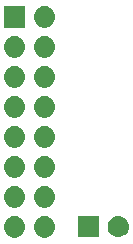
<source format=gbr>
G04 #@! TF.GenerationSoftware,KiCad,Pcbnew,(5.1.0-0)*
G04 #@! TF.CreationDate,2019-08-08T23:34:54-04:00*
G04 #@! TF.ProjectId,Dell Optiplex Front Panel LED Indicator Adapter,44656c6c-204f-4707-9469-706c65782046,rev?*
G04 #@! TF.SameCoordinates,Original*
G04 #@! TF.FileFunction,Soldermask,Bot*
G04 #@! TF.FilePolarity,Negative*
%FSLAX46Y46*%
G04 Gerber Fmt 4.6, Leading zero omitted, Abs format (unit mm)*
G04 Created by KiCad (PCBNEW (5.1.0-0)) date 2019-08-08 23:34:54*
%MOMM*%
%LPD*%
G04 APERTURE LIST*
%ADD10C,0.100000*%
G04 APERTURE END LIST*
D10*
G36*
X147150442Y-81635518D02*
G01*
X147216627Y-81642037D01*
X147386466Y-81693557D01*
X147542991Y-81777222D01*
X147578729Y-81806552D01*
X147680186Y-81889814D01*
X147763448Y-81991271D01*
X147792778Y-82027009D01*
X147792779Y-82027011D01*
X147860407Y-82153532D01*
X147876443Y-82183534D01*
X147927963Y-82353373D01*
X147945359Y-82530000D01*
X147927963Y-82706627D01*
X147876443Y-82876466D01*
X147792778Y-83032991D01*
X147763448Y-83068729D01*
X147680186Y-83170186D01*
X147579546Y-83252778D01*
X147542991Y-83282778D01*
X147542989Y-83282779D01*
X147442594Y-83336442D01*
X147386466Y-83366443D01*
X147216627Y-83417963D01*
X147150442Y-83424482D01*
X147084260Y-83431000D01*
X146995740Y-83431000D01*
X146929558Y-83424482D01*
X146863373Y-83417963D01*
X146693534Y-83366443D01*
X146637407Y-83336442D01*
X146537011Y-83282779D01*
X146537009Y-83282778D01*
X146500454Y-83252778D01*
X146399814Y-83170186D01*
X146316552Y-83068729D01*
X146287222Y-83032991D01*
X146203557Y-82876466D01*
X146152037Y-82706627D01*
X146134641Y-82530000D01*
X146152037Y-82353373D01*
X146203557Y-82183534D01*
X146219594Y-82153532D01*
X146287221Y-82027011D01*
X146287222Y-82027009D01*
X146316552Y-81991271D01*
X146399814Y-81889814D01*
X146501271Y-81806552D01*
X146537009Y-81777222D01*
X146693534Y-81693557D01*
X146863373Y-81642037D01*
X146929558Y-81635518D01*
X146995740Y-81629000D01*
X147084260Y-81629000D01*
X147150442Y-81635518D01*
X147150442Y-81635518D01*
G37*
G36*
X144610442Y-81635518D02*
G01*
X144676627Y-81642037D01*
X144846466Y-81693557D01*
X145002991Y-81777222D01*
X145038729Y-81806552D01*
X145140186Y-81889814D01*
X145223448Y-81991271D01*
X145252778Y-82027009D01*
X145252779Y-82027011D01*
X145320407Y-82153532D01*
X145336443Y-82183534D01*
X145387963Y-82353373D01*
X145405359Y-82530000D01*
X145387963Y-82706627D01*
X145336443Y-82876466D01*
X145252778Y-83032991D01*
X145223448Y-83068729D01*
X145140186Y-83170186D01*
X145039546Y-83252778D01*
X145002991Y-83282778D01*
X145002989Y-83282779D01*
X144902594Y-83336442D01*
X144846466Y-83366443D01*
X144676627Y-83417963D01*
X144610442Y-83424482D01*
X144544260Y-83431000D01*
X144455740Y-83431000D01*
X144389558Y-83424482D01*
X144323373Y-83417963D01*
X144153534Y-83366443D01*
X144097407Y-83336442D01*
X143997011Y-83282779D01*
X143997009Y-83282778D01*
X143960454Y-83252778D01*
X143859814Y-83170186D01*
X143776552Y-83068729D01*
X143747222Y-83032991D01*
X143663557Y-82876466D01*
X143612037Y-82706627D01*
X143594641Y-82530000D01*
X143612037Y-82353373D01*
X143663557Y-82183534D01*
X143679594Y-82153532D01*
X143747221Y-82027011D01*
X143747222Y-82027009D01*
X143776552Y-81991271D01*
X143859814Y-81889814D01*
X143961271Y-81806552D01*
X143997009Y-81777222D01*
X144153534Y-81693557D01*
X144323373Y-81642037D01*
X144389558Y-81635518D01*
X144455740Y-81629000D01*
X144544260Y-81629000D01*
X144610442Y-81635518D01*
X144610442Y-81635518D01*
G37*
G36*
X153400442Y-81605518D02*
G01*
X153466627Y-81612037D01*
X153636466Y-81663557D01*
X153636468Y-81663558D01*
X153714729Y-81705390D01*
X153792991Y-81747222D01*
X153828729Y-81776552D01*
X153930186Y-81859814D01*
X154013448Y-81961271D01*
X154042778Y-81997009D01*
X154126443Y-82153534D01*
X154177963Y-82323373D01*
X154195359Y-82500000D01*
X154177963Y-82676627D01*
X154126443Y-82846466D01*
X154126442Y-82846468D01*
X154084611Y-82924728D01*
X154042778Y-83002991D01*
X154018159Y-83032989D01*
X153930186Y-83140186D01*
X153828729Y-83223448D01*
X153792991Y-83252778D01*
X153636466Y-83336443D01*
X153466627Y-83387963D01*
X153400443Y-83394481D01*
X153334260Y-83401000D01*
X153245740Y-83401000D01*
X153179557Y-83394481D01*
X153113373Y-83387963D01*
X152943534Y-83336443D01*
X152787009Y-83252778D01*
X152751271Y-83223448D01*
X152649814Y-83140186D01*
X152561841Y-83032989D01*
X152537222Y-83002991D01*
X152495389Y-82924728D01*
X152453558Y-82846468D01*
X152453557Y-82846466D01*
X152402037Y-82676627D01*
X152384641Y-82500000D01*
X152402037Y-82323373D01*
X152453557Y-82153534D01*
X152537222Y-81997009D01*
X152566552Y-81961271D01*
X152649814Y-81859814D01*
X152751271Y-81776552D01*
X152787009Y-81747222D01*
X152865271Y-81705390D01*
X152943532Y-81663558D01*
X152943534Y-81663557D01*
X153113373Y-81612037D01*
X153179558Y-81605518D01*
X153245740Y-81599000D01*
X153334260Y-81599000D01*
X153400442Y-81605518D01*
X153400442Y-81605518D01*
G37*
G36*
X151651000Y-83401000D02*
G01*
X149849000Y-83401000D01*
X149849000Y-81599000D01*
X151651000Y-81599000D01*
X151651000Y-83401000D01*
X151651000Y-83401000D01*
G37*
G36*
X147150443Y-79095519D02*
G01*
X147216627Y-79102037D01*
X147386466Y-79153557D01*
X147542991Y-79237222D01*
X147578729Y-79266552D01*
X147680186Y-79349814D01*
X147763448Y-79451271D01*
X147792778Y-79487009D01*
X147876443Y-79643534D01*
X147927963Y-79813373D01*
X147945359Y-79990000D01*
X147927963Y-80166627D01*
X147876443Y-80336466D01*
X147792778Y-80492991D01*
X147763448Y-80528729D01*
X147680186Y-80630186D01*
X147578729Y-80713448D01*
X147542991Y-80742778D01*
X147386466Y-80826443D01*
X147216627Y-80877963D01*
X147150443Y-80884481D01*
X147084260Y-80891000D01*
X146995740Y-80891000D01*
X146929557Y-80884481D01*
X146863373Y-80877963D01*
X146693534Y-80826443D01*
X146537009Y-80742778D01*
X146501271Y-80713448D01*
X146399814Y-80630186D01*
X146316552Y-80528729D01*
X146287222Y-80492991D01*
X146203557Y-80336466D01*
X146152037Y-80166627D01*
X146134641Y-79990000D01*
X146152037Y-79813373D01*
X146203557Y-79643534D01*
X146287222Y-79487009D01*
X146316552Y-79451271D01*
X146399814Y-79349814D01*
X146501271Y-79266552D01*
X146537009Y-79237222D01*
X146693534Y-79153557D01*
X146863373Y-79102037D01*
X146929557Y-79095519D01*
X146995740Y-79089000D01*
X147084260Y-79089000D01*
X147150443Y-79095519D01*
X147150443Y-79095519D01*
G37*
G36*
X144610443Y-79095519D02*
G01*
X144676627Y-79102037D01*
X144846466Y-79153557D01*
X145002991Y-79237222D01*
X145038729Y-79266552D01*
X145140186Y-79349814D01*
X145223448Y-79451271D01*
X145252778Y-79487009D01*
X145336443Y-79643534D01*
X145387963Y-79813373D01*
X145405359Y-79990000D01*
X145387963Y-80166627D01*
X145336443Y-80336466D01*
X145252778Y-80492991D01*
X145223448Y-80528729D01*
X145140186Y-80630186D01*
X145038729Y-80713448D01*
X145002991Y-80742778D01*
X144846466Y-80826443D01*
X144676627Y-80877963D01*
X144610443Y-80884481D01*
X144544260Y-80891000D01*
X144455740Y-80891000D01*
X144389557Y-80884481D01*
X144323373Y-80877963D01*
X144153534Y-80826443D01*
X143997009Y-80742778D01*
X143961271Y-80713448D01*
X143859814Y-80630186D01*
X143776552Y-80528729D01*
X143747222Y-80492991D01*
X143663557Y-80336466D01*
X143612037Y-80166627D01*
X143594641Y-79990000D01*
X143612037Y-79813373D01*
X143663557Y-79643534D01*
X143747222Y-79487009D01*
X143776552Y-79451271D01*
X143859814Y-79349814D01*
X143961271Y-79266552D01*
X143997009Y-79237222D01*
X144153534Y-79153557D01*
X144323373Y-79102037D01*
X144389557Y-79095519D01*
X144455740Y-79089000D01*
X144544260Y-79089000D01*
X144610443Y-79095519D01*
X144610443Y-79095519D01*
G37*
G36*
X144610443Y-76555519D02*
G01*
X144676627Y-76562037D01*
X144846466Y-76613557D01*
X145002991Y-76697222D01*
X145038729Y-76726552D01*
X145140186Y-76809814D01*
X145223448Y-76911271D01*
X145252778Y-76947009D01*
X145336443Y-77103534D01*
X145387963Y-77273373D01*
X145405359Y-77450000D01*
X145387963Y-77626627D01*
X145336443Y-77796466D01*
X145252778Y-77952991D01*
X145223448Y-77988729D01*
X145140186Y-78090186D01*
X145038729Y-78173448D01*
X145002991Y-78202778D01*
X144846466Y-78286443D01*
X144676627Y-78337963D01*
X144610442Y-78344482D01*
X144544260Y-78351000D01*
X144455740Y-78351000D01*
X144389558Y-78344482D01*
X144323373Y-78337963D01*
X144153534Y-78286443D01*
X143997009Y-78202778D01*
X143961271Y-78173448D01*
X143859814Y-78090186D01*
X143776552Y-77988729D01*
X143747222Y-77952991D01*
X143663557Y-77796466D01*
X143612037Y-77626627D01*
X143594641Y-77450000D01*
X143612037Y-77273373D01*
X143663557Y-77103534D01*
X143747222Y-76947009D01*
X143776552Y-76911271D01*
X143859814Y-76809814D01*
X143961271Y-76726552D01*
X143997009Y-76697222D01*
X144153534Y-76613557D01*
X144323373Y-76562037D01*
X144389557Y-76555519D01*
X144455740Y-76549000D01*
X144544260Y-76549000D01*
X144610443Y-76555519D01*
X144610443Y-76555519D01*
G37*
G36*
X147150443Y-76555519D02*
G01*
X147216627Y-76562037D01*
X147386466Y-76613557D01*
X147542991Y-76697222D01*
X147578729Y-76726552D01*
X147680186Y-76809814D01*
X147763448Y-76911271D01*
X147792778Y-76947009D01*
X147876443Y-77103534D01*
X147927963Y-77273373D01*
X147945359Y-77450000D01*
X147927963Y-77626627D01*
X147876443Y-77796466D01*
X147792778Y-77952991D01*
X147763448Y-77988729D01*
X147680186Y-78090186D01*
X147578729Y-78173448D01*
X147542991Y-78202778D01*
X147386466Y-78286443D01*
X147216627Y-78337963D01*
X147150442Y-78344482D01*
X147084260Y-78351000D01*
X146995740Y-78351000D01*
X146929558Y-78344482D01*
X146863373Y-78337963D01*
X146693534Y-78286443D01*
X146537009Y-78202778D01*
X146501271Y-78173448D01*
X146399814Y-78090186D01*
X146316552Y-77988729D01*
X146287222Y-77952991D01*
X146203557Y-77796466D01*
X146152037Y-77626627D01*
X146134641Y-77450000D01*
X146152037Y-77273373D01*
X146203557Y-77103534D01*
X146287222Y-76947009D01*
X146316552Y-76911271D01*
X146399814Y-76809814D01*
X146501271Y-76726552D01*
X146537009Y-76697222D01*
X146693534Y-76613557D01*
X146863373Y-76562037D01*
X146929557Y-76555519D01*
X146995740Y-76549000D01*
X147084260Y-76549000D01*
X147150443Y-76555519D01*
X147150443Y-76555519D01*
G37*
G36*
X144610442Y-74015518D02*
G01*
X144676627Y-74022037D01*
X144846466Y-74073557D01*
X145002991Y-74157222D01*
X145038729Y-74186552D01*
X145140186Y-74269814D01*
X145223448Y-74371271D01*
X145252778Y-74407009D01*
X145336443Y-74563534D01*
X145387963Y-74733373D01*
X145405359Y-74910000D01*
X145387963Y-75086627D01*
X145336443Y-75256466D01*
X145252778Y-75412991D01*
X145223448Y-75448729D01*
X145140186Y-75550186D01*
X145038729Y-75633448D01*
X145002991Y-75662778D01*
X144846466Y-75746443D01*
X144676627Y-75797963D01*
X144610443Y-75804481D01*
X144544260Y-75811000D01*
X144455740Y-75811000D01*
X144389557Y-75804481D01*
X144323373Y-75797963D01*
X144153534Y-75746443D01*
X143997009Y-75662778D01*
X143961271Y-75633448D01*
X143859814Y-75550186D01*
X143776552Y-75448729D01*
X143747222Y-75412991D01*
X143663557Y-75256466D01*
X143612037Y-75086627D01*
X143594641Y-74910000D01*
X143612037Y-74733373D01*
X143663557Y-74563534D01*
X143747222Y-74407009D01*
X143776552Y-74371271D01*
X143859814Y-74269814D01*
X143961271Y-74186552D01*
X143997009Y-74157222D01*
X144153534Y-74073557D01*
X144323373Y-74022037D01*
X144389558Y-74015518D01*
X144455740Y-74009000D01*
X144544260Y-74009000D01*
X144610442Y-74015518D01*
X144610442Y-74015518D01*
G37*
G36*
X147150442Y-74015518D02*
G01*
X147216627Y-74022037D01*
X147386466Y-74073557D01*
X147542991Y-74157222D01*
X147578729Y-74186552D01*
X147680186Y-74269814D01*
X147763448Y-74371271D01*
X147792778Y-74407009D01*
X147876443Y-74563534D01*
X147927963Y-74733373D01*
X147945359Y-74910000D01*
X147927963Y-75086627D01*
X147876443Y-75256466D01*
X147792778Y-75412991D01*
X147763448Y-75448729D01*
X147680186Y-75550186D01*
X147578729Y-75633448D01*
X147542991Y-75662778D01*
X147386466Y-75746443D01*
X147216627Y-75797963D01*
X147150443Y-75804481D01*
X147084260Y-75811000D01*
X146995740Y-75811000D01*
X146929557Y-75804481D01*
X146863373Y-75797963D01*
X146693534Y-75746443D01*
X146537009Y-75662778D01*
X146501271Y-75633448D01*
X146399814Y-75550186D01*
X146316552Y-75448729D01*
X146287222Y-75412991D01*
X146203557Y-75256466D01*
X146152037Y-75086627D01*
X146134641Y-74910000D01*
X146152037Y-74733373D01*
X146203557Y-74563534D01*
X146287222Y-74407009D01*
X146316552Y-74371271D01*
X146399814Y-74269814D01*
X146501271Y-74186552D01*
X146537009Y-74157222D01*
X146693534Y-74073557D01*
X146863373Y-74022037D01*
X146929558Y-74015518D01*
X146995740Y-74009000D01*
X147084260Y-74009000D01*
X147150442Y-74015518D01*
X147150442Y-74015518D01*
G37*
G36*
X147150442Y-71475518D02*
G01*
X147216627Y-71482037D01*
X147386466Y-71533557D01*
X147542991Y-71617222D01*
X147578729Y-71646552D01*
X147680186Y-71729814D01*
X147763448Y-71831271D01*
X147792778Y-71867009D01*
X147876443Y-72023534D01*
X147927963Y-72193373D01*
X147945359Y-72370000D01*
X147927963Y-72546627D01*
X147876443Y-72716466D01*
X147792778Y-72872991D01*
X147763448Y-72908729D01*
X147680186Y-73010186D01*
X147578729Y-73093448D01*
X147542991Y-73122778D01*
X147386466Y-73206443D01*
X147216627Y-73257963D01*
X147150442Y-73264482D01*
X147084260Y-73271000D01*
X146995740Y-73271000D01*
X146929558Y-73264482D01*
X146863373Y-73257963D01*
X146693534Y-73206443D01*
X146537009Y-73122778D01*
X146501271Y-73093448D01*
X146399814Y-73010186D01*
X146316552Y-72908729D01*
X146287222Y-72872991D01*
X146203557Y-72716466D01*
X146152037Y-72546627D01*
X146134641Y-72370000D01*
X146152037Y-72193373D01*
X146203557Y-72023534D01*
X146287222Y-71867009D01*
X146316552Y-71831271D01*
X146399814Y-71729814D01*
X146501271Y-71646552D01*
X146537009Y-71617222D01*
X146693534Y-71533557D01*
X146863373Y-71482037D01*
X146929558Y-71475518D01*
X146995740Y-71469000D01*
X147084260Y-71469000D01*
X147150442Y-71475518D01*
X147150442Y-71475518D01*
G37*
G36*
X144610442Y-71475518D02*
G01*
X144676627Y-71482037D01*
X144846466Y-71533557D01*
X145002991Y-71617222D01*
X145038729Y-71646552D01*
X145140186Y-71729814D01*
X145223448Y-71831271D01*
X145252778Y-71867009D01*
X145336443Y-72023534D01*
X145387963Y-72193373D01*
X145405359Y-72370000D01*
X145387963Y-72546627D01*
X145336443Y-72716466D01*
X145252778Y-72872991D01*
X145223448Y-72908729D01*
X145140186Y-73010186D01*
X145038729Y-73093448D01*
X145002991Y-73122778D01*
X144846466Y-73206443D01*
X144676627Y-73257963D01*
X144610442Y-73264482D01*
X144544260Y-73271000D01*
X144455740Y-73271000D01*
X144389558Y-73264482D01*
X144323373Y-73257963D01*
X144153534Y-73206443D01*
X143997009Y-73122778D01*
X143961271Y-73093448D01*
X143859814Y-73010186D01*
X143776552Y-72908729D01*
X143747222Y-72872991D01*
X143663557Y-72716466D01*
X143612037Y-72546627D01*
X143594641Y-72370000D01*
X143612037Y-72193373D01*
X143663557Y-72023534D01*
X143747222Y-71867009D01*
X143776552Y-71831271D01*
X143859814Y-71729814D01*
X143961271Y-71646552D01*
X143997009Y-71617222D01*
X144153534Y-71533557D01*
X144323373Y-71482037D01*
X144389558Y-71475518D01*
X144455740Y-71469000D01*
X144544260Y-71469000D01*
X144610442Y-71475518D01*
X144610442Y-71475518D01*
G37*
G36*
X147150443Y-68935519D02*
G01*
X147216627Y-68942037D01*
X147386466Y-68993557D01*
X147542991Y-69077222D01*
X147578729Y-69106552D01*
X147680186Y-69189814D01*
X147763448Y-69291271D01*
X147792778Y-69327009D01*
X147876443Y-69483534D01*
X147927963Y-69653373D01*
X147945359Y-69830000D01*
X147927963Y-70006627D01*
X147876443Y-70176466D01*
X147792778Y-70332991D01*
X147763448Y-70368729D01*
X147680186Y-70470186D01*
X147578729Y-70553448D01*
X147542991Y-70582778D01*
X147386466Y-70666443D01*
X147216627Y-70717963D01*
X147150443Y-70724481D01*
X147084260Y-70731000D01*
X146995740Y-70731000D01*
X146929557Y-70724481D01*
X146863373Y-70717963D01*
X146693534Y-70666443D01*
X146537009Y-70582778D01*
X146501271Y-70553448D01*
X146399814Y-70470186D01*
X146316552Y-70368729D01*
X146287222Y-70332991D01*
X146203557Y-70176466D01*
X146152037Y-70006627D01*
X146134641Y-69830000D01*
X146152037Y-69653373D01*
X146203557Y-69483534D01*
X146287222Y-69327009D01*
X146316552Y-69291271D01*
X146399814Y-69189814D01*
X146501271Y-69106552D01*
X146537009Y-69077222D01*
X146693534Y-68993557D01*
X146863373Y-68942037D01*
X146929557Y-68935519D01*
X146995740Y-68929000D01*
X147084260Y-68929000D01*
X147150443Y-68935519D01*
X147150443Y-68935519D01*
G37*
G36*
X144610443Y-68935519D02*
G01*
X144676627Y-68942037D01*
X144846466Y-68993557D01*
X145002991Y-69077222D01*
X145038729Y-69106552D01*
X145140186Y-69189814D01*
X145223448Y-69291271D01*
X145252778Y-69327009D01*
X145336443Y-69483534D01*
X145387963Y-69653373D01*
X145405359Y-69830000D01*
X145387963Y-70006627D01*
X145336443Y-70176466D01*
X145252778Y-70332991D01*
X145223448Y-70368729D01*
X145140186Y-70470186D01*
X145038729Y-70553448D01*
X145002991Y-70582778D01*
X144846466Y-70666443D01*
X144676627Y-70717963D01*
X144610443Y-70724481D01*
X144544260Y-70731000D01*
X144455740Y-70731000D01*
X144389557Y-70724481D01*
X144323373Y-70717963D01*
X144153534Y-70666443D01*
X143997009Y-70582778D01*
X143961271Y-70553448D01*
X143859814Y-70470186D01*
X143776552Y-70368729D01*
X143747222Y-70332991D01*
X143663557Y-70176466D01*
X143612037Y-70006627D01*
X143594641Y-69830000D01*
X143612037Y-69653373D01*
X143663557Y-69483534D01*
X143747222Y-69327009D01*
X143776552Y-69291271D01*
X143859814Y-69189814D01*
X143961271Y-69106552D01*
X143997009Y-69077222D01*
X144153534Y-68993557D01*
X144323373Y-68942037D01*
X144389557Y-68935519D01*
X144455740Y-68929000D01*
X144544260Y-68929000D01*
X144610443Y-68935519D01*
X144610443Y-68935519D01*
G37*
G36*
X147150443Y-66395519D02*
G01*
X147216627Y-66402037D01*
X147386466Y-66453557D01*
X147542991Y-66537222D01*
X147578729Y-66566552D01*
X147680186Y-66649814D01*
X147763448Y-66751271D01*
X147792778Y-66787009D01*
X147876443Y-66943534D01*
X147927963Y-67113373D01*
X147945359Y-67290000D01*
X147927963Y-67466627D01*
X147876443Y-67636466D01*
X147792778Y-67792991D01*
X147763448Y-67828729D01*
X147680186Y-67930186D01*
X147578729Y-68013448D01*
X147542991Y-68042778D01*
X147386466Y-68126443D01*
X147216627Y-68177963D01*
X147150442Y-68184482D01*
X147084260Y-68191000D01*
X146995740Y-68191000D01*
X146929558Y-68184482D01*
X146863373Y-68177963D01*
X146693534Y-68126443D01*
X146537009Y-68042778D01*
X146501271Y-68013448D01*
X146399814Y-67930186D01*
X146316552Y-67828729D01*
X146287222Y-67792991D01*
X146203557Y-67636466D01*
X146152037Y-67466627D01*
X146134641Y-67290000D01*
X146152037Y-67113373D01*
X146203557Y-66943534D01*
X146287222Y-66787009D01*
X146316552Y-66751271D01*
X146399814Y-66649814D01*
X146501271Y-66566552D01*
X146537009Y-66537222D01*
X146693534Y-66453557D01*
X146863373Y-66402037D01*
X146929557Y-66395519D01*
X146995740Y-66389000D01*
X147084260Y-66389000D01*
X147150443Y-66395519D01*
X147150443Y-66395519D01*
G37*
G36*
X144610443Y-66395519D02*
G01*
X144676627Y-66402037D01*
X144846466Y-66453557D01*
X145002991Y-66537222D01*
X145038729Y-66566552D01*
X145140186Y-66649814D01*
X145223448Y-66751271D01*
X145252778Y-66787009D01*
X145336443Y-66943534D01*
X145387963Y-67113373D01*
X145405359Y-67290000D01*
X145387963Y-67466627D01*
X145336443Y-67636466D01*
X145252778Y-67792991D01*
X145223448Y-67828729D01*
X145140186Y-67930186D01*
X145038729Y-68013448D01*
X145002991Y-68042778D01*
X144846466Y-68126443D01*
X144676627Y-68177963D01*
X144610442Y-68184482D01*
X144544260Y-68191000D01*
X144455740Y-68191000D01*
X144389558Y-68184482D01*
X144323373Y-68177963D01*
X144153534Y-68126443D01*
X143997009Y-68042778D01*
X143961271Y-68013448D01*
X143859814Y-67930186D01*
X143776552Y-67828729D01*
X143747222Y-67792991D01*
X143663557Y-67636466D01*
X143612037Y-67466627D01*
X143594641Y-67290000D01*
X143612037Y-67113373D01*
X143663557Y-66943534D01*
X143747222Y-66787009D01*
X143776552Y-66751271D01*
X143859814Y-66649814D01*
X143961271Y-66566552D01*
X143997009Y-66537222D01*
X144153534Y-66453557D01*
X144323373Y-66402037D01*
X144389557Y-66395519D01*
X144455740Y-66389000D01*
X144544260Y-66389000D01*
X144610443Y-66395519D01*
X144610443Y-66395519D01*
G37*
G36*
X147150443Y-63855519D02*
G01*
X147216627Y-63862037D01*
X147386466Y-63913557D01*
X147542991Y-63997222D01*
X147578729Y-64026552D01*
X147680186Y-64109814D01*
X147763448Y-64211271D01*
X147792778Y-64247009D01*
X147876443Y-64403534D01*
X147927963Y-64573373D01*
X147945359Y-64750000D01*
X147927963Y-64926627D01*
X147876443Y-65096466D01*
X147792778Y-65252991D01*
X147763448Y-65288729D01*
X147680186Y-65390186D01*
X147578729Y-65473448D01*
X147542991Y-65502778D01*
X147386466Y-65586443D01*
X147216627Y-65637963D01*
X147150443Y-65644481D01*
X147084260Y-65651000D01*
X146995740Y-65651000D01*
X146929557Y-65644481D01*
X146863373Y-65637963D01*
X146693534Y-65586443D01*
X146537009Y-65502778D01*
X146501271Y-65473448D01*
X146399814Y-65390186D01*
X146316552Y-65288729D01*
X146287222Y-65252991D01*
X146203557Y-65096466D01*
X146152037Y-64926627D01*
X146134641Y-64750000D01*
X146152037Y-64573373D01*
X146203557Y-64403534D01*
X146287222Y-64247009D01*
X146316552Y-64211271D01*
X146399814Y-64109814D01*
X146501271Y-64026552D01*
X146537009Y-63997222D01*
X146693534Y-63913557D01*
X146863373Y-63862037D01*
X146929557Y-63855519D01*
X146995740Y-63849000D01*
X147084260Y-63849000D01*
X147150443Y-63855519D01*
X147150443Y-63855519D01*
G37*
G36*
X145401000Y-65651000D02*
G01*
X143599000Y-65651000D01*
X143599000Y-63849000D01*
X145401000Y-63849000D01*
X145401000Y-65651000D01*
X145401000Y-65651000D01*
G37*
M02*

</source>
